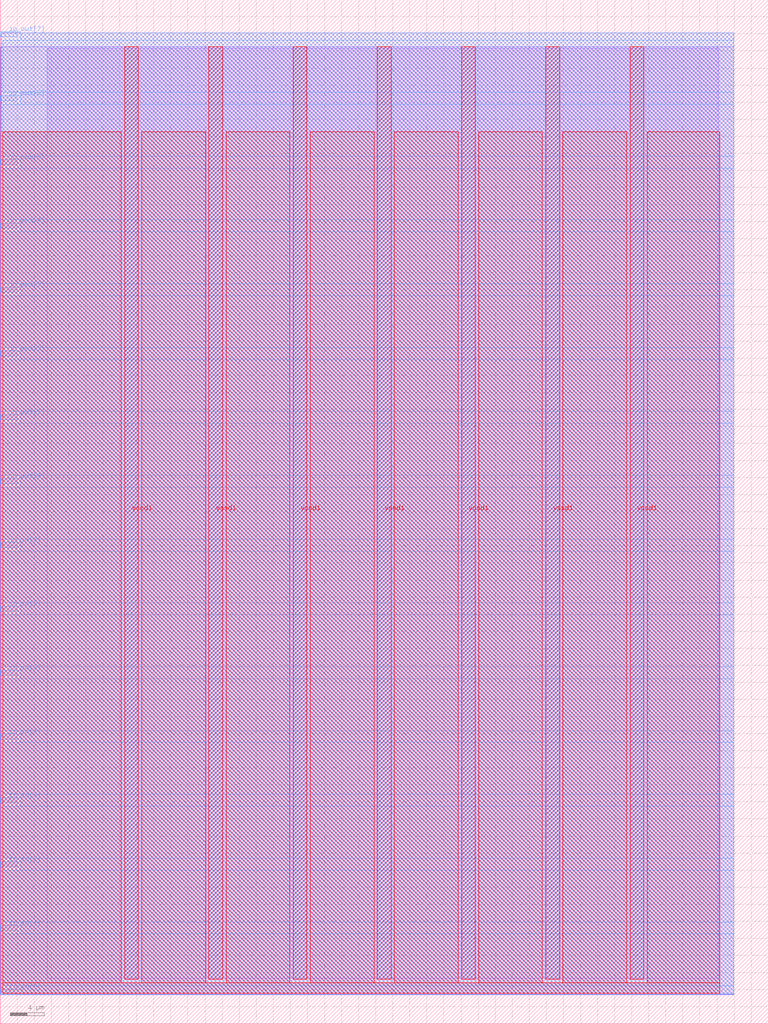
<source format=lef>
VERSION 5.7 ;
  NOWIREEXTENSIONATPIN ON ;
  DIVIDERCHAR "/" ;
  BUSBITCHARS "[]" ;
MACRO chrisruk_matrix
  CLASS BLOCK ;
  FOREIGN chrisruk_matrix ;
  ORIGIN 0.000 0.000 ;
  SIZE 90.000 BY 120.000 ;
  PIN io_in[0]
    DIRECTION INPUT ;
    USE SIGNAL ;
    PORT
      LAYER met3 ;
        RECT 0.000 3.440 2.000 4.040 ;
    END
  END io_in[0]
  PIN io_in[1]
    DIRECTION INPUT ;
    USE SIGNAL ;
    PORT
      LAYER met3 ;
        RECT 0.000 10.920 2.000 11.520 ;
    END
  END io_in[1]
  PIN io_in[2]
    DIRECTION INPUT ;
    USE SIGNAL ;
    PORT
      LAYER met3 ;
        RECT 0.000 18.400 2.000 19.000 ;
    END
  END io_in[2]
  PIN io_in[3]
    DIRECTION INPUT ;
    USE SIGNAL ;
    PORT
      LAYER met3 ;
        RECT 0.000 25.880 2.000 26.480 ;
    END
  END io_in[3]
  PIN io_in[4]
    DIRECTION INPUT ;
    USE SIGNAL ;
    PORT
      LAYER met3 ;
        RECT 0.000 33.360 2.000 33.960 ;
    END
  END io_in[4]
  PIN io_in[5]
    DIRECTION INPUT ;
    USE SIGNAL ;
    PORT
      LAYER met3 ;
        RECT 0.000 40.840 2.000 41.440 ;
    END
  END io_in[5]
  PIN io_in[6]
    DIRECTION INPUT ;
    USE SIGNAL ;
    PORT
      LAYER met3 ;
        RECT 0.000 48.320 2.000 48.920 ;
    END
  END io_in[6]
  PIN io_in[7]
    DIRECTION INPUT ;
    USE SIGNAL ;
    PORT
      LAYER met3 ;
        RECT 0.000 55.800 2.000 56.400 ;
    END
  END io_in[7]
  PIN io_out[0]
    DIRECTION OUTPUT TRISTATE ;
    USE SIGNAL ;
    PORT
      LAYER met3 ;
        RECT 0.000 63.280 2.000 63.880 ;
    END
  END io_out[0]
  PIN io_out[1]
    DIRECTION OUTPUT TRISTATE ;
    USE SIGNAL ;
    PORT
      LAYER met3 ;
        RECT 0.000 70.760 2.000 71.360 ;
    END
  END io_out[1]
  PIN io_out[2]
    DIRECTION OUTPUT TRISTATE ;
    USE SIGNAL ;
    PORT
      LAYER met3 ;
        RECT 0.000 78.240 2.000 78.840 ;
    END
  END io_out[2]
  PIN io_out[3]
    DIRECTION OUTPUT TRISTATE ;
    USE SIGNAL ;
    PORT
      LAYER met3 ;
        RECT 0.000 85.720 2.000 86.320 ;
    END
  END io_out[3]
  PIN io_out[4]
    DIRECTION OUTPUT TRISTATE ;
    USE SIGNAL ;
    PORT
      LAYER met3 ;
        RECT 0.000 93.200 2.000 93.800 ;
    END
  END io_out[4]
  PIN io_out[5]
    DIRECTION OUTPUT TRISTATE ;
    USE SIGNAL ;
    PORT
      LAYER met3 ;
        RECT 0.000 100.680 2.000 101.280 ;
    END
  END io_out[5]
  PIN io_out[6]
    DIRECTION OUTPUT TRISTATE ;
    USE SIGNAL ;
    PORT
      LAYER met3 ;
        RECT 0.000 108.160 2.000 108.760 ;
    END
  END io_out[6]
  PIN io_out[7]
    DIRECTION OUTPUT TRISTATE ;
    USE SIGNAL ;
    PORT
      LAYER met3 ;
        RECT 0.000 115.640 2.000 116.240 ;
    END
  END io_out[7]
  PIN vccd1
    DIRECTION INOUT ;
    USE POWER ;
    PORT
      LAYER met4 ;
        RECT 14.590 5.200 16.190 114.480 ;
    END
    PORT
      LAYER met4 ;
        RECT 34.330 5.200 35.930 114.480 ;
    END
    PORT
      LAYER met4 ;
        RECT 54.070 5.200 55.670 114.480 ;
    END
    PORT
      LAYER met4 ;
        RECT 73.810 5.200 75.410 114.480 ;
    END
  END vccd1
  PIN vssd1
    DIRECTION INOUT ;
    USE GROUND ;
    PORT
      LAYER met4 ;
        RECT 24.460 5.200 26.060 114.480 ;
    END
    PORT
      LAYER met4 ;
        RECT 44.200 5.200 45.800 114.480 ;
    END
    PORT
      LAYER met4 ;
        RECT 63.940 5.200 65.540 114.480 ;
    END
  END vssd1
  OBS
      LAYER li1 ;
        RECT 5.520 5.355 84.180 114.325 ;
      LAYER met1 ;
        RECT 0.070 3.440 85.950 114.480 ;
      LAYER met2 ;
        RECT 0.100 3.410 85.930 116.125 ;
      LAYER met3 ;
        RECT 2.400 115.240 85.955 116.105 ;
        RECT 0.270 109.160 85.955 115.240 ;
        RECT 2.400 107.760 85.955 109.160 ;
        RECT 0.270 101.680 85.955 107.760 ;
        RECT 2.400 100.280 85.955 101.680 ;
        RECT 0.270 94.200 85.955 100.280 ;
        RECT 2.400 92.800 85.955 94.200 ;
        RECT 0.270 86.720 85.955 92.800 ;
        RECT 2.400 85.320 85.955 86.720 ;
        RECT 0.270 79.240 85.955 85.320 ;
        RECT 2.400 77.840 85.955 79.240 ;
        RECT 0.270 71.760 85.955 77.840 ;
        RECT 2.400 70.360 85.955 71.760 ;
        RECT 0.270 64.280 85.955 70.360 ;
        RECT 2.400 62.880 85.955 64.280 ;
        RECT 0.270 56.800 85.955 62.880 ;
        RECT 2.400 55.400 85.955 56.800 ;
        RECT 0.270 49.320 85.955 55.400 ;
        RECT 2.400 47.920 85.955 49.320 ;
        RECT 0.270 41.840 85.955 47.920 ;
        RECT 2.400 40.440 85.955 41.840 ;
        RECT 0.270 34.360 85.955 40.440 ;
        RECT 2.400 32.960 85.955 34.360 ;
        RECT 0.270 26.880 85.955 32.960 ;
        RECT 2.400 25.480 85.955 26.880 ;
        RECT 0.270 19.400 85.955 25.480 ;
        RECT 2.400 18.000 85.955 19.400 ;
        RECT 0.270 11.920 85.955 18.000 ;
        RECT 2.400 10.520 85.955 11.920 ;
        RECT 0.270 4.440 85.955 10.520 ;
        RECT 2.400 3.575 85.955 4.440 ;
      LAYER met4 ;
        RECT 0.295 4.800 14.190 104.545 ;
        RECT 16.590 4.800 24.060 104.545 ;
        RECT 26.460 4.800 33.930 104.545 ;
        RECT 36.330 4.800 43.800 104.545 ;
        RECT 46.200 4.800 53.670 104.545 ;
        RECT 56.070 4.800 63.540 104.545 ;
        RECT 65.940 4.800 73.410 104.545 ;
        RECT 75.810 4.800 84.345 104.545 ;
        RECT 0.295 3.575 84.345 4.800 ;
  END
END chrisruk_matrix
END LIBRARY


</source>
